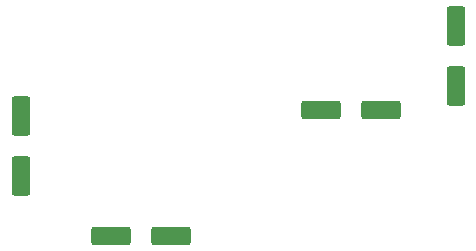
<source format=gbr>
%TF.GenerationSoftware,KiCad,Pcbnew,(6.0.10)*%
%TF.CreationDate,2023-04-08T13:31:08+03:00*%
%TF.ProjectId,DelSol_Preamp,44656c53-6f6c-45f5-9072-65616d702e6b,rev?*%
%TF.SameCoordinates,Original*%
%TF.FileFunction,Paste,Top*%
%TF.FilePolarity,Positive*%
%FSLAX46Y46*%
G04 Gerber Fmt 4.6, Leading zero omitted, Abs format (unit mm)*
G04 Created by KiCad (PCBNEW (6.0.10)) date 2023-04-08 13:31:08*
%MOMM*%
%LPD*%
G01*
G04 APERTURE LIST*
G04 Aperture macros list*
%AMRoundRect*
0 Rectangle with rounded corners*
0 $1 Rounding radius*
0 $2 $3 $4 $5 $6 $7 $8 $9 X,Y pos of 4 corners*
0 Add a 4 corners polygon primitive as box body*
4,1,4,$2,$3,$4,$5,$6,$7,$8,$9,$2,$3,0*
0 Add four circle primitives for the rounded corners*
1,1,$1+$1,$2,$3*
1,1,$1+$1,$4,$5*
1,1,$1+$1,$6,$7*
1,1,$1+$1,$8,$9*
0 Add four rect primitives between the rounded corners*
20,1,$1+$1,$2,$3,$4,$5,0*
20,1,$1+$1,$4,$5,$6,$7,0*
20,1,$1+$1,$6,$7,$8,$9,0*
20,1,$1+$1,$8,$9,$2,$3,0*%
G04 Aperture macros list end*
%ADD10RoundRect,0.250000X-1.412500X-0.550000X1.412500X-0.550000X1.412500X0.550000X-1.412500X0.550000X0*%
%ADD11RoundRect,0.250000X-0.550000X1.412500X-0.550000X-1.412500X0.550000X-1.412500X0.550000X1.412500X0*%
%ADD12RoundRect,0.250000X1.412500X0.550000X-1.412500X0.550000X-1.412500X-0.550000X1.412500X-0.550000X0*%
G04 APERTURE END LIST*
D10*
X147322500Y-40150000D03*
X152397500Y-40150000D03*
D11*
X158750000Y-33022500D03*
X158750000Y-38097500D03*
D12*
X134617500Y-50800000D03*
X129542500Y-50800000D03*
D11*
X121920000Y-40642500D03*
X121920000Y-45717500D03*
M02*

</source>
